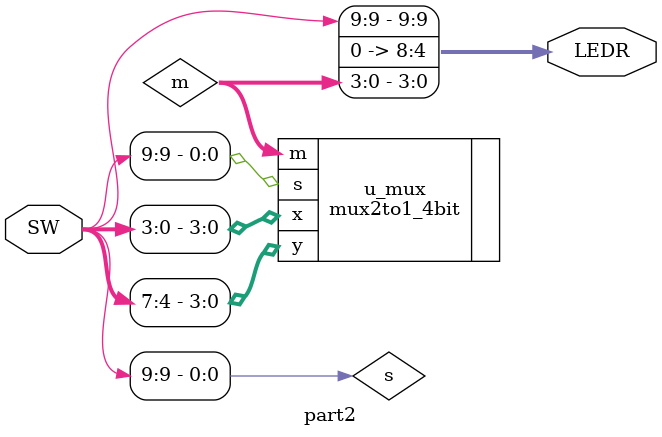
<source format=v>
module part2 (
	input  [9:0] SW,  // SW[3:0]=x, SW[7:4]=y, SW[9]=select, SW[8]=unused
	output [9:0] LEDR // LEDR[3:0]=mux out, LEDR[9]=select indicator, LEDR[8:4]=unused
);

	// Define select
	wire s = SW[9];

	// Define output
	wire [3:0] m;
	
	// Create 4-bit 2 to 1 multiplexer
	mux2to1_4bit u_mux (
		.s(s),
		.x(SW[3:0]),
		.y(SW[7:4]),
		.m(m)
	);
	
	// Connect output to LEDS
	assign LEDR[3:0] = m; // Mux output
	assign LEDR[9] = s; // Select state
	assign LEDR[8:4] = 5'b0; // Turn off unused LEDs
	
endmodule
</source>
